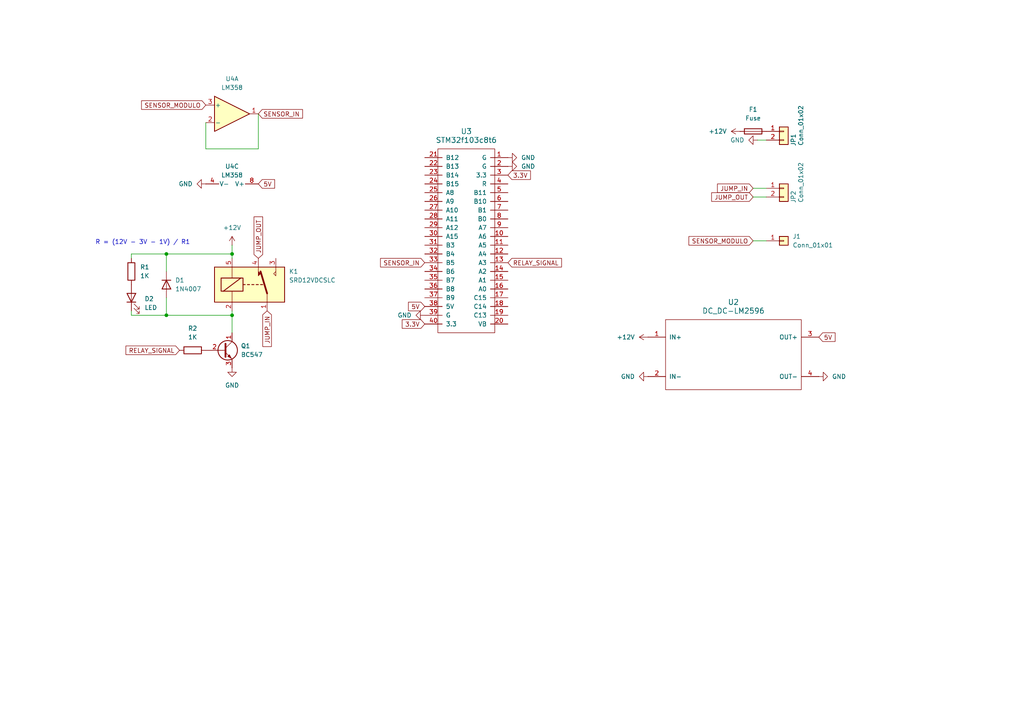
<source format=kicad_sch>
(kicad_sch (version 20231120) (generator "eeschema") (generator_version "8.0")
  (paper "A4")
  (lib_symbols
    (symbol "+12V_1" (power) (pin_numbers hide) (pin_names (offset 0) hide)
      (property "Value" "+12V" (at 0 3.556 0))
      (symbol "+12V_1_0_1"
        (polyline (pts (xy -0.762 1.27) (xy 0 2.54)))
        (polyline (pts (xy 0 0) (xy 0 2.54)))
        (polyline (pts (xy 0 2.54) (xy 0.762 1.27)))
      )
      (symbol "+12V_1_1_1"
        (pin power_in line (at 0 0 90) (length 0) (name "~") (number "1"))
      )
    )
    (symbol "Amplifier_Operational:LM358" (pin_names (offset 0.127))
      (property "Reference" "U" (at 0 5.08 0))
      (property "Value" "LM358" (at 0 -5.08 0))
      (symbol "LM358_1_1"
        (polyline (pts (xy -5.08 5.08) (xy 5.08 0) (xy -5.08 -5.08) (xy -5.08 5.08)) (stroke (width 0.254)) (fill (type background)))
        (pin output line (at 7.62 0 180) (length 2.54) (name "~") (number "1"))
        (pin input line (at -7.62 -2.54 0) (length 2.54) (name "-") (number "2"))
        (pin input line (at -7.62 2.54 0) (length 2.54) (name "+") (number "3"))
      )
      (symbol "LM358_2_1"
        (polyline (pts (xy -5.08 5.08) (xy 5.08 0) (xy -5.08 -5.08) (xy -5.08 5.08)) (stroke (width 0.254)) (fill (type background)))
        (pin input line (at -7.62 2.54 0) (length 2.54) (name "+") (number "5"))
        (pin input line (at -7.62 -2.54 0) (length 2.54) (name "-") (number "6"))
        (pin output line (at 7.62 0 180) (length 2.54) (name "~") (number "7"))
      )
      (symbol "LM358_3_1"
        (pin power_in line (at -2.54 -7.62 90) (length 3.81) (name "V-") (number "4"))
        (pin power_in line (at -2.54 7.62 270) (length 3.81) (name "V+") (number "8"))
      )
    )
    (symbol "Connector_Generic:Conn_01x01" (pin_names (offset 1.016) hide)
      (property "Reference" "J" (at 0 2.54 0))
      (property "Value" "Conn_01x01" (at 0 -2.54 0))
      (symbol "Conn_01x01_1_1"
        (rectangle (start -1.27 0.127) (end 0 -0.127) (stroke (width 0.1524)))
        (rectangle (start -1.27 1.27) (end 1.27 -1.27) (stroke (width 0.254)) (fill (type background)))
        (pin passive line (at -5.08 0 0) (length 3.81) (name "Pin_1") (number "1"))
      )
    )
    (symbol "Connector_Generic:Conn_01x02" (pin_names (offset 1.016) hide)
      (property "Reference" "J" (at 0 2.54 0))
      (property "Value" "Conn_01x02" (at 0 -5.08 0))
      (symbol "Conn_01x02_1_1"
        (rectangle (start -1.27 -2.413) (end 0 -2.667) (stroke (width 0.1524)))
        (rectangle (start -1.27 0.127) (end 0 -0.127) (stroke (width 0.1524)))
        (rectangle (start -1.27 1.27) (end 1.27 -3.81) (stroke (width 0.254)) (fill (type background)))
        (pin passive line (at -5.08 0 0) (length 3.81) (name "Pin_1") (number "1"))
        (pin passive line (at -5.08 -2.54 0) (length 3.81) (name "Pin_2") (number "2"))
      )
    )
    (symbol "Device:Fuse" (pin_numbers hide) (pin_names (offset 0))
      (property "Reference" "F" (at 2.032 0 90))
      (property "Value" "Fuse" (at -1.905 0 90))
      (symbol "Fuse_0_1"
        (rectangle (start -0.762 -2.54) (end 0.762 2.54) (stroke (width 0.254)))
        (polyline (pts (xy 0 2.54) (xy 0 -2.54)))
      )
      (symbol "Fuse_1_1"
        (pin passive line (at 0 3.81 270) (length 1.27) (name "~") (number "1"))
        (pin passive line (at 0 -3.81 90) (length 1.27) (name "~") (number "2"))
      )
    )
    (symbol "Device:LED" (pin_numbers hide) (pin_names (offset 1.016) hide)
      (property "Reference" "D" (at 0 2.54 0))
      (property "Value" "LED" (at 0 -2.54 0))
      (symbol "LED_0_1"
        (polyline (pts (xy -1.27 -1.27) (xy -1.27 1.27)) (stroke (width 0.254)))
        (polyline (pts (xy -1.27 0) (xy 1.27 0)))
        (polyline (pts (xy 1.27 -1.27) (xy 1.27 1.27) (xy -1.27 0) (xy 1.27 -1.27)) (stroke (width 0.254)))
        (polyline (pts (xy -3.048 -0.762) (xy -4.572 -2.286) (xy -3.81 -2.286) (xy -4.572 -2.286) (xy -4.572 -1.524)))
        (polyline (pts (xy -1.778 -0.762) (xy -3.302 -2.286) (xy -2.54 -2.286) (xy -3.302 -2.286) (xy -3.302 -1.524)))
      )
      (symbol "LED_1_1"
        (pin passive line (at -3.81 0 0) (length 2.54) (name "K") (number "1"))
        (pin passive line (at 3.81 0 180) (length 2.54) (name "A") (number "2"))
      )
    )
    (symbol "Device:R" (pin_numbers hide) (pin_names (offset 0))
      (property "Reference" "R" (at 2.032 0 90))
      (property "Value" "R" (at 0 0 90))
      (symbol "R_0_1"
        (rectangle (start -1.016 -2.54) (end 1.016 2.54) (stroke (width 0.254)))
      )
      (symbol "R_1_1"
        (pin passive line (at 0 3.81 270) (length 1.27) (name "~") (number "1"))
        (pin passive line (at 0 -3.81 90) (length 1.27) (name "~") (number "2"))
      )
    )
    (symbol "Diode:1N4007" (pin_numbers hide) (pin_names hide)
      (property "Reference" "D" (at 0 2.54 0))
      (property "Value" "1N4007" (at 0 -2.54 0))
      (symbol "1N4007_0_1"
        (polyline (pts (xy -1.27 1.27) (xy -1.27 -1.27)) (stroke (width 0.254)))
        (polyline (pts (xy 1.27 0) (xy -1.27 0)))
        (polyline (pts (xy 1.27 1.27) (xy 1.27 -1.27) (xy -1.27 0) (xy 1.27 1.27)) (stroke (width 0.254)))
      )
      (symbol "1N4007_1_1"
        (pin passive line (at -3.81 0 0) (length 2.54) (name "K") (number "1"))
        (pin passive line (at 3.81 0 180) (length 2.54) (name "A") (number "2"))
      )
    )
    (symbol "GND_1" (power) (pin_numbers hide) (pin_names (offset 0) hide)
      (property "Value" "GND" (at 0 -3.81 0))
      (symbol "GND_1_0_1"
        (polyline (pts (xy 0 0) (xy 0 -1.27) (xy 1.27 -1.27) (xy 0 -2.54) (xy -1.27 -1.27) (xy 0 -1.27)))
      )
      (symbol "GND_1_1_1"
        (pin power_in line (at 0 0 270) (length 0) (name "~") (number "1"))
      )
    )
    (symbol "Relay:SANYOU_SRD_Form_C"
      (property "Reference" "K" (at 11.43 3.81 0))
      (property "Value" "SANYOU_SRD_Form_C" (at 11.43 1.27 0))
      (symbol "SANYOU_SRD_Form_C_0_0"
        (polyline (pts (xy 7.62 5.08) (xy 7.62 2.54) (xy 6.985 3.175) (xy 7.62 3.81)))
      )
      (symbol "SANYOU_SRD_Form_C_0_1"
        (rectangle (start -10.16 5.08) (end 10.16 -5.08) (stroke (width 0.254)) (fill (type background)))
        (rectangle (start -8.255 1.905) (end -1.905 -1.905) (stroke (width 0.254)))
        (polyline (pts (xy -7.62 -1.905) (xy -2.54 1.905)) (stroke (width 0.254)))
        (polyline (pts (xy -5.08 -5.08) (xy -5.08 -1.905)))
        (polyline (pts (xy -5.08 5.08) (xy -5.08 1.905)))
        (polyline (pts (xy -1.905 0) (xy -1.27 0)) (stroke (width 0.254)))
        (polyline (pts (xy -0.635 0) (xy 0 0)) (stroke (width 0.254)))
        (polyline (pts (xy 0.635 0) (xy 1.27 0)) (stroke (width 0.254)))
        (polyline (pts (xy 1.905 0) (xy 2.54 0)) (stroke (width 0.254)))
        (polyline (pts (xy 3.175 0) (xy 3.81 0)) (stroke (width 0.254)))
        (polyline (pts (xy 5.08 -2.54) (xy 3.175 3.81)) (stroke (width 0.508)))
        (polyline (pts (xy 5.08 -2.54) (xy 5.08 -5.08)))
      )
      (symbol "SANYOU_SRD_Form_C_1_1"
        (polyline (pts (xy 2.54 3.81) (xy 3.175 3.175) (xy 2.54 2.54) (xy 2.54 5.08)) (fill (type outline)))
        (pin passive line (at 5.08 -7.62 90) (length 2.54) (name "~") (number "1"))
        (pin passive line (at -5.08 -7.62 90) (length 2.54) (name "~") (number "2"))
        (pin passive line (at 7.62 7.62 270) (length 2.54) (name "~") (number "3"))
        (pin passive line (at 2.54 7.62 270) (length 2.54) (name "~") (number "4"))
        (pin passive line (at -5.08 7.62 270) (length 2.54) (name "~") (number "5"))
      )
    )
    (symbol "Transistor_BJT:BC547" (pin_names (offset 0) hide)
      (property "Reference" "Q" (at 5.08 1.905 0))
      (property "Value" "BC547" (at 5.08 0 0))
      (symbol "BC547_0_1"
        (polyline (pts (xy 0 0) (xy 0.635 0)))
        (polyline (pts (xy 0.635 0.635) (xy 2.54 2.54)))
        (polyline (pts (xy 0.635 -0.635) (xy 2.54 -2.54) (xy 2.54 -2.54)))
        (polyline (pts (xy 0.635 1.905) (xy 0.635 -1.905) (xy 0.635 -1.905)) (stroke (width 0.508)))
        (polyline (pts (xy 1.27 -1.778) (xy 1.778 -1.27) (xy 2.286 -2.286) (xy 1.27 -1.778) (xy 1.27 -1.778)) (fill (type outline)))
        (circle (center 1.27 0) (radius 2.8194) (stroke (width 0.254)))
      )
      (symbol "BC547_1_1"
        (pin passive line (at 2.54 5.08 270) (length 2.54) (name "C") (number "1"))
        (pin input line (at -5.08 0 0) (length 5.08) (name "B") (number "2"))
        (pin passive line (at 2.54 -5.08 90) (length 2.54) (name "E") (number "3"))
      )
    )
    (symbol "dc_dc-lm2596-miscellaneous:DC_DC-LM2596-miscellaneous" (pin_names (offset 1.016))
      (property "Reference" "U8" (at -0.635 14.9098 0))
      (property "Value" "DC_DC-LM2596" (at -0.635 12.2174 0))
      (symbol "DC_DC-LM2596-miscellaneous_0_1"
        (rectangle (start -20.32 10.16) (end 19.05 -10.16))
      )
      (symbol "DC_DC-LM2596-miscellaneous_1_1"
        (pin input line (at -25.4 5.08 0) (length 5.08) (name "IN+") (number "1"))
        (pin input line (at -25.4 -6.35 0) (length 5.08) (name "IN-") (number "2"))
        (pin output line (at 24.13 5.08 180) (length 5.08) (name "OUT+") (number "3"))
        (pin output line (at 24.13 -6.35 180) (length 5.08) (name "OUT-") (number "4"))
      )
    )
    (symbol "power:GND" (power) (pin_numbers hide) (pin_names (offset 0) hide)
      (property "Value" "GND" (at 0 -3.81 0))
      (symbol "GND_0_1"
        (polyline (pts (xy 0 0) (xy 0 -1.27) (xy 1.27 -1.27) (xy 0 -2.54) (xy -1.27 -1.27) (xy 0 -1.27)))
      )
      (symbol "GND_1_1"
        (pin power_in line (at 0 0 270) (length 0) (name "~") (number "1"))
      )
    )
    (symbol "stm32f103c8t6-miscellaneous:STM32f103c8t6-miscellaneous" (pin_names (offset 1.016))
      (property "Reference" "U9" (at -30.1498 -0.635 90))
      (property "Value" "STM32f103c8t6" (at -27.4574 -0.635 90))
      (symbol "STM32f103c8t6-miscellaneous_0_1"
        (rectangle (start -25.4 7.62) (end 27.94 -8.89))
      )
      (symbol "STM32f103c8t6-miscellaneous_1_1"
        (pin input line (at -22.86 11.43 270) (length 5.08) (name "G") (number "1"))
        (pin input line (at 0 11.43 270) (length 5.08) (name "A6") (number "10"))
        (pin input line (at 2.54 11.43 270) (length 5.08) (name "A5") (number "11"))
        (pin input line (at 5.08 11.43 270) (length 5.08) (name "A4") (number "12"))
        (pin input line (at 7.62 11.43 270) (length 5.08) (name "A3") (number "13"))
        (pin input line (at 10.16 11.43 270) (length 5.08) (name "A2") (number "14"))
        (pin input line (at 12.7 11.43 270) (length 5.08) (name "A1") (number "15"))
        (pin input line (at 15.24 11.43 270) (length 5.08) (name "A0") (number "16"))
        (pin input line (at 17.78 11.43 270) (length 5.08) (name "C15") (number "17"))
        (pin input line (at 20.32 11.43 270) (length 5.08) (name "C14") (number "18"))
        (pin input line (at 22.86 11.43 270) (length 5.08) (name "C13") (number "19"))
        (pin input line (at -20.32 11.43 270) (length 5.08) (name "G") (number "2"))
        (pin input line (at 25.4 11.43 270) (length 5.08) (name "VB") (number "20"))
        (pin input line (at -22.86 -12.7 90) (length 5.08) (name "B12") (number "21"))
        (pin input line (at -20.32 -12.7 90) (length 5.08) (name "B13") (number "22"))
        (pin input line (at -17.78 -12.7 90) (length 5.08) (name "B14") (number "23"))
        (pin input line (at -15.24 -12.7 90) (length 5.08) (name "B15") (number "24"))
        (pin input line (at -12.7 -12.7 90) (length 5.08) (name "A8") (number "25"))
        (pin input line (at -10.16 -12.7 90) (length 5.08) (name "A9") (number "26"))
        (pin input line (at -7.62 -12.7 90) (length 5.08) (name "A10") (number "27"))
        (pin input line (at -5.08 -12.7 90) (length 5.08) (name "A11") (number "28"))
        (pin input line (at -2.54 -12.7 90) (length 5.08) (name "A12") (number "29"))
        (pin input line (at -17.78 11.43 270) (length 5.08) (name "3.3") (number "3"))
        (pin input line (at 0 -12.7 90) (length 5.08) (name "A15") (number "30"))
        (pin input line (at 2.54 -12.7 90) (length 5.08) (name "B3") (number "31"))
        (pin input line (at 5.08 -12.7 90) (length 5.08) (name "B4") (number "32"))
        (pin input line (at 7.62 -12.7 90) (length 5.08) (name "B5") (number "33"))
        (pin input line (at 10.16 -12.7 90) (length 5.08) (name "B6") (number "34"))
        (pin input line (at 12.7 -12.7 90) (length 5.08) (name "B7") (number "35"))
        (pin input line (at 15.24 -12.7 90) (length 5.08) (name "B8") (number "36"))
        (pin input line (at 17.78 -12.7 90) (length 5.08) (name "B9") (number "37"))
        (pin input line (at 20.32 -12.7 90) (length 5.08) (name "5V") (number "38"))
        (pin input line (at 22.86 -12.7 90) (length 5.08) (name "G") (number "39"))
        (pin input line (at -15.24 11.43 270) (length 5.08) (name "R") (number "4"))
        (pin input line (at 25.4 -12.7 90) (length 5.08) (name "3.3") (number "40"))
        (pin input line (at -12.7 11.43 270) (length 5.08) (name "B11") (number "5"))
        (pin input line (at -10.16 11.43 270) (length 5.08) (name "B10") (number "6"))
        (pin input line (at -7.62 11.43 270) (length 5.08) (name "B1") (number "7"))
        (pin input line (at -5.08 11.43 270) (length 5.08) (name "B0") (number "8"))
        (pin input line (at -2.54 11.43 270) (length 5.08) (name "A7") (number "9"))
      )
    )
  )
  (junction (at 48.26 73.66))
  (junction (at 67.31 91.44))
  (junction (at 48.26 91.44))
  (junction (at 67.31 73.66))
  (wire (pts (xy 38.1 73.66) (xy 48.26 73.66)))
  (wire (pts (xy 74.93 33.02) (xy 74.93 43.18)))
  (wire (pts (xy 48.26 73.66) (xy 67.31 73.66)))
  (wire (pts (xy 48.26 91.44) (xy 67.31 91.44)))
  (wire (pts (xy 218.44 54.61) (xy 222.25 54.61)))
  (wire (pts (xy 59.69 35.56) (xy 59.69 43.18)))
  (wire (pts (xy 67.31 91.44) (xy 67.31 90.17)))
  (wire (pts (xy 218.44 69.85) (xy 222.25 69.85)))
  (wire (pts (xy 48.26 86.36) (xy 48.26 91.44)))
  (wire (pts (xy 67.31 73.66) (xy 67.31 74.93)))
  (wire (pts (xy 219.71 40.64) (xy 222.25 40.64)))
  (wire (pts (xy 59.69 43.18) (xy 74.93 43.18)))
  (wire (pts (xy 67.31 91.44) (xy 67.31 96.52)))
  (wire (pts (xy 48.26 73.66) (xy 48.26 78.74)))
  (wire (pts (xy 67.31 71.12) (xy 67.31 73.66)))
  (wire (pts (xy 38.1 91.44) (xy 48.26 91.44)))
  (wire (pts (xy 218.44 57.15) (xy 222.25 57.15)))
  (wire (pts (xy 38.1 73.66) (xy 38.1 74.93)))
  (wire (pts (xy 38.1 91.44) (xy 38.1 90.17)))
  (text "R = (12V - 3V - 1V) / R1\n" (at 41.402 70.358 0) (effects (font (size 1.27 1.27))))
  (global_label "5V" (shape input) (at 123.19 88.9 180) (property "Intersheetrefs" "${INTERSHEET_REFS}" (effects (hide yes))))
  (global_label "RELAY_SIGNAL" (shape input) (at 52.07 101.6 180) (property "Intersheetrefs" "${INTERSHEET_REFS}" (effects (hide yes))))
  (global_label "SENSOR_IN" (shape input) (at 74.93 33.02 0) (property "Intersheetrefs" "${INTERSHEET_REFS}" (effects (hide yes))))
  (global_label "JUMP_IN" (shape input) (at 218.44 54.61 180) (property "Intersheetrefs" "${INTERSHEET_REFS}" (effects (hide yes))))
  (global_label "RELAY_SIGNAL" (shape input) (at 147.32 76.2 0) (property "Intersheetrefs" "${INTERSHEET_REFS}" (effects (hide yes))))
  (global_label "SENSOR_MODULO" (shape input) (at 59.69 30.48 180) (property "Intersheetrefs" "${INTERSHEET_REFS}" (effects (hide yes))))
  (global_label "SENSOR_IN" (shape input) (at 123.19 76.2 180) (property "Intersheetrefs" "${INTERSHEET_REFS}" (effects (hide yes))))
  (global_label "JUMP_OUT" (shape input) (at 218.44 57.15 180) (property "Intersheetrefs" "${INTERSHEET_REFS}" (effects (hide yes))))
  (global_label "5V" (shape input) (at 74.93 53.34 0) (property "Intersheetrefs" "${INTERSHEET_REFS}" (effects (hide yes))))
  (global_label "JUMP_OUT" (shape input) (at 74.93 74.93 90) (property "Intersheetrefs" "${INTERSHEET_REFS}" (effects (hide yes))))
  (global_label "3.3V" (shape input) (at 147.32 50.8 0) (property "Intersheetrefs" "${INTERSHEET_REFS}" (effects (hide yes))))
  (global_label "SENSOR_MODULO" (shape input) (at 218.44 69.85 180) (property "Intersheetrefs" "${INTERSHEET_REFS}" (effects (hide yes))))
  (global_label "5V" (shape input) (at 237.49 97.79 0) (property "Intersheetrefs" "${INTERSHEET_REFS}" (effects (hide yes))))
  (global_label "JUMP_IN" (shape input) (at 77.47 90.17 270) (property "Intersheetrefs" "${INTERSHEET_REFS}" (effects (hide yes))))
  (global_label "3.3V" (shape input) (at 123.19 93.98 180) (property "Intersheetrefs" "${INTERSHEET_REFS}" (effects (hide yes))))
  (symbol (lib_name "GND_1") (lib_id "power:GND") (at 147.32 45.72 90) (unit 1)
    (property "Reference" "#PWR07" (effects (hide yes)))
    (property "Value" "GND" (at 151.13 45.7199 90) (effects (justify right)))
    (property "Description" "Power symbol creates a global label with name \"GND\" , ground" (effects (hide yes)))
  )
  (symbol (lib_id "Amplifier_Operational:LM358") (at 67.31 55.88 270) (unit 3)
    (property "Reference" "U4" (at 67.31 48.26 90))
    (property "Value" "LM358" (at 67.31 50.8 90))
    (property "Datasheet" "http://www.ti.com/lit/ds/symlink/lm2904-n.pdf" (effects (hide yes)))
    (property "Description" "Low-Power, Dual Operational Amplifiers, DIP-8/SOIC-8/TO-99-8" (effects (hide yes)))
  )
  (symbol (lib_name "+12V_1") (lib_id "power:+12V") (at 214.63 38.1 90) (unit 1)
    (property "Reference" "#PWR09" (effects (hide yes)))
    (property "Value" "+12V" (at 210.82 38.0999 90) (effects (justify left)))
    (property "Description" "Power symbol creates a global label with name \"+12V\"" (effects (hide yes)))
  )
  (symbol (lib_id "stm32f103c8t6-miscellaneous:STM32f103c8t6-miscellaneous") (at 135.89 68.58 270) (unit 1)
    (property "Reference" "U3" (at 135.255 38.1 90) (effects (font (size 1.524 1.524))))
    (property "Value" "STM32f103c8t6" (at 135.255 40.64 90) (effects (font (size 1.524 1.524))))
    (property "Footprint" "Footprint:STM32f103c8t6_" (effects (hide yes)))
  )
  (symbol (lib_name "GND_1") (lib_id "power:GND") (at 237.49 109.22 90) (unit 1)
    (property "Reference" "#PWR06" (effects (hide yes)))
    (property "Value" "GND" (at 241.3 109.2199 90) (effects (justify right)))
    (property "Description" "Power symbol creates a global label with name \"GND\" , ground" (effects (hide yes)))
  )
  (symbol (lib_id "Connector_Generic:Conn_01x02") (at 227.33 38.1 0) (unit 1)
    (property "Reference" "JP1" (at 230.124 42.418 90) (effects (justify left)))
    (property "Value" "Conn_01x02" (at 232.283 42.291 90) (effects (justify left)))
    (property "Footprint" "Connector_PinHeader_2.54mm:PinHeader_1x02_P2.54mm_Vertical" (effects (hide yes)))
  )
  (symbol (lib_id "Connector_Generic:Conn_01x02") (at 227.33 54.61 0) (unit 1)
    (property "Reference" "JP2" (at 230.124 58.928 90) (effects (justify left)))
    (property "Value" "Conn_01x02" (at 232.283 58.801 90) (effects (justify left)))
    (property "Footprint" "Connector_PinHeader_2.54mm:PinHeader_1x02_P2.54mm_Vertical" (effects (hide yes)))
  )
  (symbol (lib_name "+12V_1") (lib_id "power:+12V") (at 67.31 71.12 0) (unit 1)
    (property "Reference" "#PWR011" (effects (hide yes)))
    (property "Value" "+12V" (at 67.31 66.04 0))
    (property "Description" "Power symbol creates a global label with name \"+12V\"" (effects (hide yes)))
  )
  (symbol (lib_id "Device:R") (at 38.1 78.74 0) (unit 1)
    (property "Reference" "R1" (at 40.64 77.4699 0) (effects (justify left)))
    (property "Value" "1K" (at 40.64 80.0099 0) (effects (justify left)))
    (property "Description" "Resistor" (effects (hide yes)))
  )
  (symbol (lib_id "Connector_Generic:Conn_01x01") (at 227.33 69.85 0) (unit 1)
    (property "Reference" "J1" (at 229.87 68.5799 0) (effects (justify left)))
    (property "Value" "Conn_01x01" (at 229.87 71.1199 0) (effects (justify left)))
    (property "Description" "Generic connector, single row, 01x01, script generated (kicad-library-utils/schlib/autogen/connector/)" (effects (hide yes)))
  )
  (symbol (lib_name "GND_1") (lib_id "power:GND") (at 147.32 48.26 90) (unit 1)
    (property "Reference" "#PWR08" (effects (hide yes)))
    (property "Value" "GND" (at 151.13 48.2599 90) (effects (justify right)))
    (property "Description" "Power symbol creates a global label with name \"GND\" , ground" (effects (hide yes)))
  )
  (symbol (lib_id "dc_dc-lm2596-miscellaneous:DC_DC-LM2596-miscellaneous") (at 213.36 102.87 0) (unit 1)
    (property "Reference" "U2" (at 212.725 87.63 0) (effects (font (size 1.524 1.524))))
    (property "Value" "DC_DC-LM2596" (at 212.725 90.17 0) (effects (font (size 1.524 1.524))))
    (property "Footprint" "Footprint:DCDC-LM2596" (effects (hide yes)))
  )
  (symbol (lib_id "Device:R") (at 55.88 101.6 90) (unit 1)
    (property "Reference" "R2" (at 55.88 95.25 90))
    (property "Value" "1K" (at 55.88 97.79 90))
    (property "Description" "Resistor" (effects (hide yes)))
  )
  (symbol (lib_id "Transistor_BJT:BC547") (at 64.77 101.6 0) (unit 1)
    (property "Reference" "Q1" (at 69.85 100.3299 0) (effects (justify left)))
    (property "Value" "BC547" (at 69.85 102.8699 0) (effects (justify left)))
    (property "Footprint" "Package_TO_SOT_THT:TO-92_Inline" (effects (hide yes)))
    (property "Datasheet" "https://www.onsemi.com/pub/Collateral/BC550-D.pdf" (effects (hide yes)))
    (property "Description" "0.1A Ic, 45V Vce, Small Signal NPN Transistor, TO-92" (effects (hide yes)))
  )
  (symbol (lib_id "Device:LED") (at 38.1 86.36 90) (unit 1)
    (property "Reference" "D2" (at 41.91 86.6774 90) (effects (justify right)))
    (property "Value" "LED" (at 41.91 89.2174 90) (effects (justify right)))
    (property "Description" "Light emitting diode" (effects (hide yes)))
  )
  (symbol (lib_name "GND_1") (lib_id "power:GND") (at 187.96 109.22 270) (unit 1)
    (property "Reference" "#PWR03" (effects (hide yes)))
    (property "Value" "GND" (at 184.15 109.2199 90) (effects (justify right)))
    (property "Description" "Power symbol creates a global label with name \"GND\" , ground" (effects (hide yes)))
  )
  (symbol (lib_name "GND_1") (lib_id "power:GND") (at 123.19 91.44 270) (unit 1)
    (property "Reference" "#PWR05" (effects (hide yes)))
    (property "Value" "GND" (at 119.38 91.4399 90) (effects (justify right)))
    (property "Description" "Power symbol creates a global label with name \"GND\" , ground" (effects (hide yes)))
  )
  (symbol (lib_name "GND_1") (lib_id "power:GND") (at 59.69 53.34 270) (unit 1)
    (property "Reference" "#PWR01" (effects (hide yes)))
    (property "Value" "GND" (at 55.88 53.3399 90) (effects (justify right)))
    (property "Description" "Power symbol creates a global label with name \"GND\" , ground" (effects (hide yes)))
  )
  (symbol (lib_id "Device:Fuse") (at 218.44 38.1 90) (unit 1)
    (property "Reference" "F1" (at 218.44 31.75 90))
    (property "Value" "Fuse" (at 218.44 34.29 90))
    (property "Description" "Fuse" (effects (hide yes)))
  )
  (symbol (lib_id "power:GND") (at 67.31 106.68 0) (unit 1)
    (property "Reference" "#PWR04" (effects (hide yes)))
    (property "Value" "GND" (at 67.31 111.76 0))
    (property "Description" "Power symbol creates a global label with name \"GND\" , ground" (effects (hide yes)))
  )
  (symbol (lib_id "Relay:SANYOU_SRD_Form_C") (at 72.39 82.55 0) (unit 1)
    (property "Reference" "K1" (at 83.82 78.74 0) (effects (justify left)))
    (property "Value" "SRD12VDCSLC " (at 83.82 81.28 0) (effects (justify left)))
    (property "Footprint" "Relay_THT:Relay_SPDT_SANYOU_SRD_Series_Form_C" (effects (hide yes)))
    (property "Datasheet" "http://www.sanyourelay.ca/public/products/pdf/SRD.pdf" (effects (hide yes)))
  )
  (symbol (lib_name "+12V_1") (lib_id "power:+12V") (at 187.96 97.79 90) (unit 1)
    (property "Reference" "#PWR02" (effects (hide yes)))
    (property "Value" "+12V" (at 184.15 97.7899 90) (effects (justify left)))
    (property "Description" "Power symbol creates a global label with name \"+12V\"" (effects (hide yes)))
  )
  (symbol (lib_id "Amplifier_Operational:LM358") (at 67.31 33.02 0) (unit 1)
    (property "Reference" "U4" (at 67.31 22.86 0))
    (property "Value" "LM358" (at 67.31 25.4 0))
    (property "Datasheet" "http://www.ti.com/lit/ds/symlink/lm2904-n.pdf" (effects (hide yes)))
    (property "Description" "Low-Power, Dual Operational Amplifiers, DIP-8/SOIC-8/TO-99-8" (effects (hide yes)))
  )
  (symbol (lib_id "Diode:1N4007") (at 48.26 82.55 270) (unit 1)
    (property "Reference" "D1" (at 50.8 81.2799 90) (effects (justify left)))
    (property "Value" "1N4007" (at 50.8 83.8199 90) (effects (justify left)))
    (property "Footprint" "Diode_THT:D_DO-41_SOD81_P10.16mm_Horizontal" (effects (hide yes)))
    (property "Datasheet" "http://www.vishay.com/docs/88503/1n4001.pdf" (effects (hide yes)))
    (property "Description" "1000V 1A General Purpose Rectifier Diode, DO-41" (effects (hide yes)))
    (property "Sim.Device" "D" (effects (hide yes)))
    (property "Sim.Pins" "1=K 2=A" (effects (hide yes)))
  )
  (symbol (lib_name "GND_1") (lib_id "power:GND") (at 219.71 40.64 270) (unit 1)
    (property "Reference" "#PWR010" (effects (hide yes)))
    (property "Value" "GND" (at 215.9 40.6399 90) (effects (justify right)))
    (property "Description" "Power symbol creates a global label with name \"GND\" , ground" (effects (hide yes)))
  )
)
</source>
